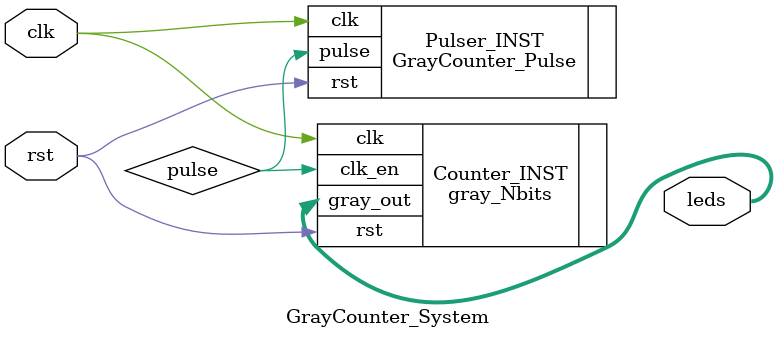
<source format=v>
`timescale 1ns / 1ps
module GrayCounter_System(clk, rst, leds);
  parameter N = 4;
  parameter distance = 100000000; // How much for 1 Hz when clk period is 10 ns? //
  input clk, rst;
  output [N-1:0] leds;
  wire pulse;
    
  // Instantiation of the GrayCounter_Pulse 
  // Epae
  GrayCounter_Pulse Pulser_INST (
    .clk (clk),
    .rst (rst),
    .pulse (pulse)
  );
  
	 
  // Instantiation of the gray_Nbits 
  // Epae
  gray_Nbits Counter_INST (
    .clk ( clk ),
    .clk_en ( pulse ),
    .rst ( rst ),
    .gray_out ( leds )
  );


endmodule

</source>
